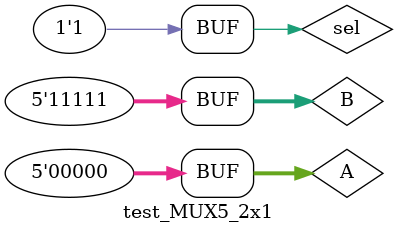
<source format=v>
`timescale 1ns / 1ps


module test_MUX5_2x1;

	// Inputs
	reg [4:0] A;
	reg [4:0] B;
	reg sel;

	// Outputs
	wire [4:0] C;

	// Instantiate the Unit Under Test (UUT)
	MUX5_2x1 uut (
		.A(A), 
		.B(B), 
		.sel(sel), 
		.C(C)
	);

	initial begin
		// Initialize Inputs
		A = 0;
		B = 5'b11111;
		sel = 1;

		// Wait 100 ns for global reset to finish
		#100;
        
		// Add stimulus here

	end
      
endmodule


</source>
